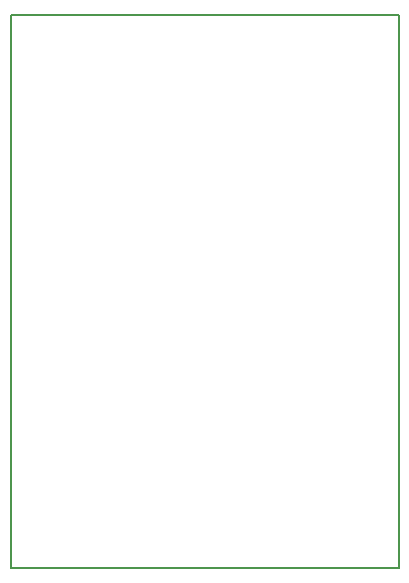
<source format=gbr>
G04 (created by PCBNEW (2013-07-07 BZR 4022)-stable) date 04/05/2015 22:03:08*
%MOIN*%
G04 Gerber Fmt 3.4, Leading zero omitted, Abs format*
%FSLAX34Y34*%
G01*
G70*
G90*
G04 APERTURE LIST*
%ADD10C,0.00590551*%
G04 APERTURE END LIST*
G54D10*
X43530Y-59220D02*
X56470Y-59220D01*
X43530Y-40780D02*
X43530Y-59220D01*
X56470Y-40780D02*
X43530Y-40780D01*
X56470Y-59220D02*
X56470Y-40780D01*
M02*

</source>
